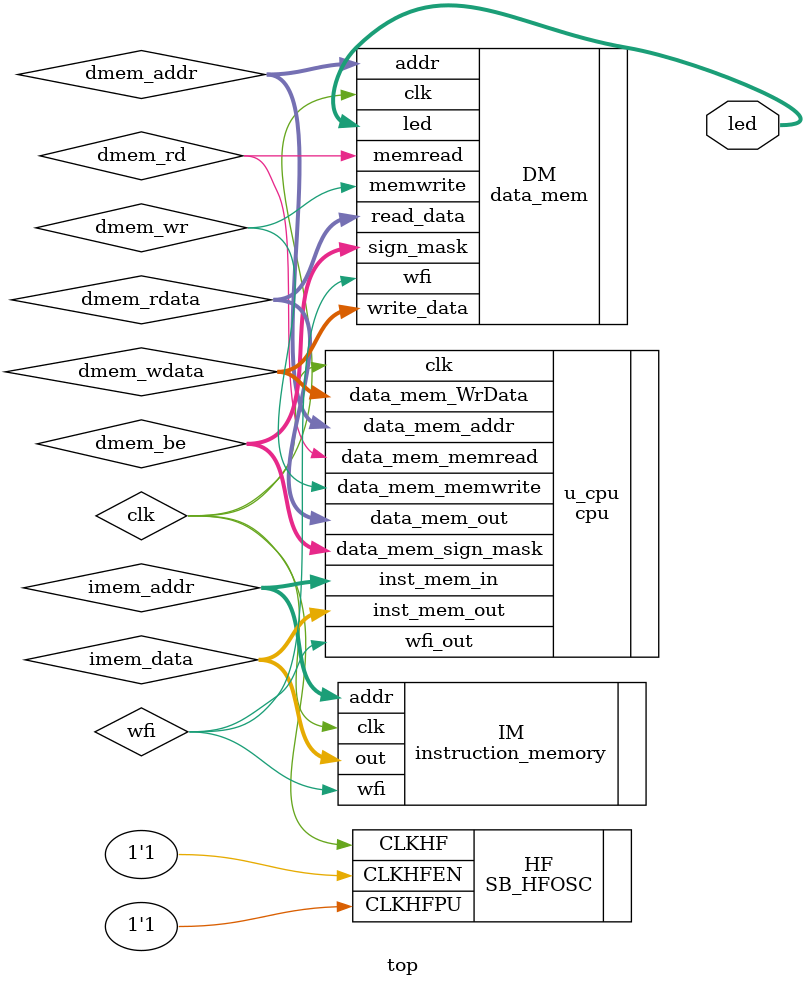
<source format=v>
module top (led);
    output [7:0] led;

    //----------------- 24-MHz HFOSC -----------------
    wire clk;
    SB_HFOSC #(.CLKHF_DIV("0b11")) HF (
        .CLKHFPU(1'b1), .CLKHFEN(1'b1), .CLKHF(clk));

    //----------------- CPU --------------------------
    wire [31:0] imem_addr, imem_data;
    wire [31:0] dmem_addr, dmem_wdata, dmem_rdata;
    wire        dmem_wr, dmem_rd;
    wire [3:0]  dmem_be;
    wire        wfi;               // << NEW

    cpu u_cpu (
        .clk                (clk),  // direct clock, no stall gating
        .wfi_out            (wfi),  // new export
        .inst_mem_in        (imem_addr),
        .inst_mem_out       (imem_data),
        .data_mem_addr      (dmem_addr),
        .data_mem_WrData    (dmem_wdata),
        .data_mem_memwrite  (dmem_wr),
        .data_mem_memread   (dmem_rd),
        .data_mem_sign_mask (dmem_be),
        .data_mem_out       (dmem_rdata)
    );

    //----------------- Low-power memories -----------
    instruction_memory IM (
        .clk  (clk),
        .addr (imem_addr),
        .wfi  (wfi),
        .out  (imem_data)
    );

    data_mem DM (
        .clk        (clk),
        .addr       (dmem_addr),
        .write_data (dmem_wdata),
        .memwrite   (dmem_wr),
        .memread    (dmem_rd),
        .sign_mask  (dmem_be),
        .wfi        (wfi),
        .read_data  (dmem_rdata),
        .led        (led)
    );
endmodule

</source>
